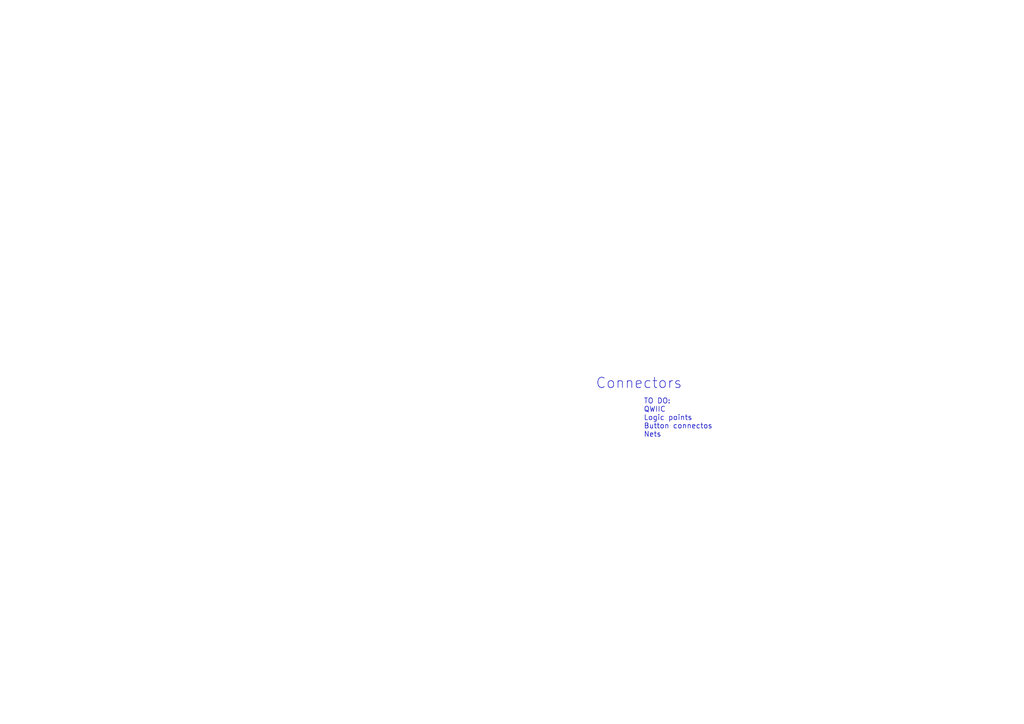
<source format=kicad_sch>
(kicad_sch (version 20230121) (generator eeschema)
  (paper "A4")
  (title_block (date "2023-10-02") (rev "3"))
  (lib_symbols)
  (text "Connectors" (at 172.72 113.03 0) (effects (font (size 3 3)) (justify left bottom)))
  (text "TO DO:\nQWIIC\nLogic points\nButton connectos\nNets\n" (at 186.69 127 0) (effects (font (size 1.5 1.5)) (justify left bottom)))
)
</source>
